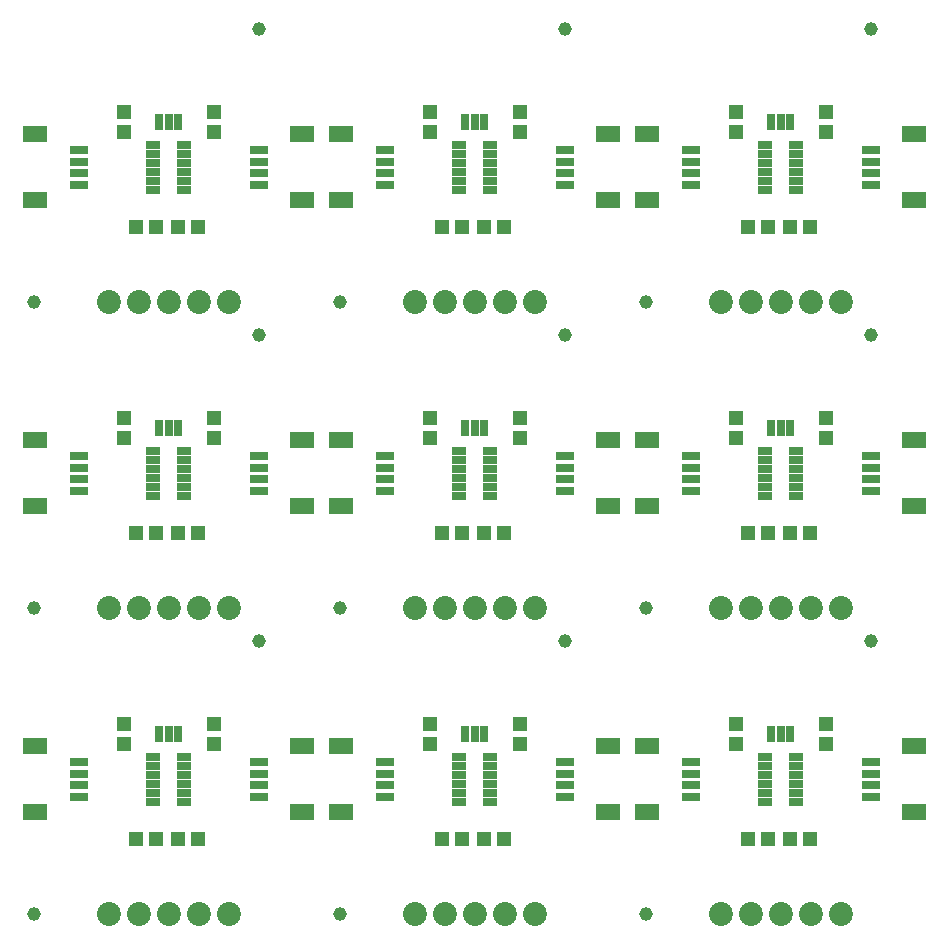
<source format=gts>
G04 #@! TF.FileFunction,Soldermask,Top*
%FSLAX46Y46*%
G04 Gerber Fmt 4.6, Leading zero omitted, Abs format (unit mm)*
G04 Created by KiCad (PCBNEW 4.0.6) date 05/24/17 14:54:34*
%MOMM*%
%LPD*%
G01*
G04 APERTURE LIST*
%ADD10C,0.100000*%
%ADD11R,2.150000X1.350000*%
%ADD12R,1.500000X0.750000*%
%ADD13R,1.250000X1.150000*%
%ADD14R,1.150000X0.700000*%
%ADD15R,1.150000X1.250000*%
%ADD16C,1.150000*%
%ADD17R,0.785000X1.420000*%
%ADD18C,2.029600*%
G04 APERTURE END LIST*
D10*
D11*
X190381000Y-153156000D03*
X190381000Y-158756000D03*
D12*
X194056000Y-154456000D03*
X194056000Y-155456000D03*
X194056000Y-156456000D03*
X194056000Y-157456000D03*
D11*
X164473000Y-153156000D03*
X164473000Y-158756000D03*
D12*
X168148000Y-154456000D03*
X168148000Y-155456000D03*
X168148000Y-156456000D03*
X168148000Y-157456000D03*
D11*
X138565000Y-153156000D03*
X138565000Y-158756000D03*
D12*
X142240000Y-154456000D03*
X142240000Y-155456000D03*
X142240000Y-156456000D03*
X142240000Y-157456000D03*
D11*
X190381000Y-127248000D03*
X190381000Y-132848000D03*
D12*
X194056000Y-128548000D03*
X194056000Y-129548000D03*
X194056000Y-130548000D03*
X194056000Y-131548000D03*
D11*
X164473000Y-127248000D03*
X164473000Y-132848000D03*
D12*
X168148000Y-128548000D03*
X168148000Y-129548000D03*
X168148000Y-130548000D03*
X168148000Y-131548000D03*
D11*
X138565000Y-127248000D03*
X138565000Y-132848000D03*
D12*
X142240000Y-128548000D03*
X142240000Y-129548000D03*
X142240000Y-130548000D03*
X142240000Y-131548000D03*
D11*
X190381000Y-101340000D03*
X190381000Y-106940000D03*
D12*
X194056000Y-102640000D03*
X194056000Y-103640000D03*
X194056000Y-104640000D03*
X194056000Y-105640000D03*
D11*
X164473000Y-101340000D03*
X164473000Y-106940000D03*
D12*
X168148000Y-102640000D03*
X168148000Y-103640000D03*
X168148000Y-104640000D03*
X168148000Y-105640000D03*
D13*
X200621000Y-161036000D03*
X198921000Y-161036000D03*
X174713000Y-161036000D03*
X173013000Y-161036000D03*
X148805000Y-161036000D03*
X147105000Y-161036000D03*
X200621000Y-135128000D03*
X198921000Y-135128000D03*
X174713000Y-135128000D03*
X173013000Y-135128000D03*
X148805000Y-135128000D03*
X147105000Y-135128000D03*
X200621000Y-109220000D03*
X198921000Y-109220000D03*
X174713000Y-109220000D03*
X173013000Y-109220000D03*
D14*
X200376000Y-154081000D03*
X200376000Y-154831000D03*
X200376000Y-155581000D03*
X200376000Y-156331000D03*
X200376000Y-157081000D03*
X200376000Y-157831000D03*
X202976000Y-157831000D03*
X202976000Y-157081000D03*
X202976000Y-156331000D03*
X202976000Y-155581000D03*
X202976000Y-154831000D03*
X202976000Y-154081000D03*
X174468000Y-154081000D03*
X174468000Y-154831000D03*
X174468000Y-155581000D03*
X174468000Y-156331000D03*
X174468000Y-157081000D03*
X174468000Y-157831000D03*
X177068000Y-157831000D03*
X177068000Y-157081000D03*
X177068000Y-156331000D03*
X177068000Y-155581000D03*
X177068000Y-154831000D03*
X177068000Y-154081000D03*
X148560000Y-154081000D03*
X148560000Y-154831000D03*
X148560000Y-155581000D03*
X148560000Y-156331000D03*
X148560000Y-157081000D03*
X148560000Y-157831000D03*
X151160000Y-157831000D03*
X151160000Y-157081000D03*
X151160000Y-156331000D03*
X151160000Y-155581000D03*
X151160000Y-154831000D03*
X151160000Y-154081000D03*
X200376000Y-128173000D03*
X200376000Y-128923000D03*
X200376000Y-129673000D03*
X200376000Y-130423000D03*
X200376000Y-131173000D03*
X200376000Y-131923000D03*
X202976000Y-131923000D03*
X202976000Y-131173000D03*
X202976000Y-130423000D03*
X202976000Y-129673000D03*
X202976000Y-128923000D03*
X202976000Y-128173000D03*
X174468000Y-128173000D03*
X174468000Y-128923000D03*
X174468000Y-129673000D03*
X174468000Y-130423000D03*
X174468000Y-131173000D03*
X174468000Y-131923000D03*
X177068000Y-131923000D03*
X177068000Y-131173000D03*
X177068000Y-130423000D03*
X177068000Y-129673000D03*
X177068000Y-128923000D03*
X177068000Y-128173000D03*
X148560000Y-128173000D03*
X148560000Y-128923000D03*
X148560000Y-129673000D03*
X148560000Y-130423000D03*
X148560000Y-131173000D03*
X148560000Y-131923000D03*
X151160000Y-131923000D03*
X151160000Y-131173000D03*
X151160000Y-130423000D03*
X151160000Y-129673000D03*
X151160000Y-128923000D03*
X151160000Y-128173000D03*
X200376000Y-102265000D03*
X200376000Y-103015000D03*
X200376000Y-103765000D03*
X200376000Y-104515000D03*
X200376000Y-105265000D03*
X200376000Y-106015000D03*
X202976000Y-106015000D03*
X202976000Y-105265000D03*
X202976000Y-104515000D03*
X202976000Y-103765000D03*
X202976000Y-103015000D03*
X202976000Y-102265000D03*
X174468000Y-102265000D03*
X174468000Y-103015000D03*
X174468000Y-103765000D03*
X174468000Y-104515000D03*
X174468000Y-105265000D03*
X174468000Y-106015000D03*
X177068000Y-106015000D03*
X177068000Y-105265000D03*
X177068000Y-104515000D03*
X177068000Y-103765000D03*
X177068000Y-103015000D03*
X177068000Y-102265000D03*
D13*
X202476000Y-161036000D03*
X204176000Y-161036000D03*
X176568000Y-161036000D03*
X178268000Y-161036000D03*
X150660000Y-161036000D03*
X152360000Y-161036000D03*
X202476000Y-135128000D03*
X204176000Y-135128000D03*
X176568000Y-135128000D03*
X178268000Y-135128000D03*
X150660000Y-135128000D03*
X152360000Y-135128000D03*
X202476000Y-109220000D03*
X204176000Y-109220000D03*
X176568000Y-109220000D03*
X178268000Y-109220000D03*
D11*
X212971000Y-158756000D03*
X212971000Y-153156000D03*
D12*
X209296000Y-157456000D03*
X209296000Y-156456000D03*
X209296000Y-155456000D03*
X209296000Y-154456000D03*
D11*
X187063000Y-158756000D03*
X187063000Y-153156000D03*
D12*
X183388000Y-157456000D03*
X183388000Y-156456000D03*
X183388000Y-155456000D03*
X183388000Y-154456000D03*
D11*
X161155000Y-158756000D03*
X161155000Y-153156000D03*
D12*
X157480000Y-157456000D03*
X157480000Y-156456000D03*
X157480000Y-155456000D03*
X157480000Y-154456000D03*
D11*
X212971000Y-132848000D03*
X212971000Y-127248000D03*
D12*
X209296000Y-131548000D03*
X209296000Y-130548000D03*
X209296000Y-129548000D03*
X209296000Y-128548000D03*
D11*
X187063000Y-132848000D03*
X187063000Y-127248000D03*
D12*
X183388000Y-131548000D03*
X183388000Y-130548000D03*
X183388000Y-129548000D03*
X183388000Y-128548000D03*
D11*
X161155000Y-132848000D03*
X161155000Y-127248000D03*
D12*
X157480000Y-131548000D03*
X157480000Y-130548000D03*
X157480000Y-129548000D03*
X157480000Y-128548000D03*
D11*
X212971000Y-106940000D03*
X212971000Y-101340000D03*
D12*
X209296000Y-105640000D03*
X209296000Y-104640000D03*
X209296000Y-103640000D03*
X209296000Y-102640000D03*
D11*
X187063000Y-106940000D03*
X187063000Y-101340000D03*
D12*
X183388000Y-105640000D03*
X183388000Y-104640000D03*
X183388000Y-103640000D03*
X183388000Y-102640000D03*
D15*
X197866000Y-151296000D03*
X197866000Y-152996000D03*
X171958000Y-151296000D03*
X171958000Y-152996000D03*
X146050000Y-151296000D03*
X146050000Y-152996000D03*
X197866000Y-125388000D03*
X197866000Y-127088000D03*
X171958000Y-125388000D03*
X171958000Y-127088000D03*
X146050000Y-125388000D03*
X146050000Y-127088000D03*
X197866000Y-99480000D03*
X197866000Y-101180000D03*
X171958000Y-99480000D03*
X171958000Y-101180000D03*
D16*
X209296000Y-144272000D03*
X183388000Y-144272000D03*
X157480000Y-144272000D03*
X209296000Y-118364000D03*
X183388000Y-118364000D03*
X157480000Y-118364000D03*
X209296000Y-92456000D03*
X183388000Y-92456000D03*
D15*
X205486000Y-151296000D03*
X205486000Y-152996000D03*
X179578000Y-151296000D03*
X179578000Y-152996000D03*
X153670000Y-151296000D03*
X153670000Y-152996000D03*
X205486000Y-125388000D03*
X205486000Y-127088000D03*
X179578000Y-125388000D03*
X179578000Y-127088000D03*
X153670000Y-125388000D03*
X153670000Y-127088000D03*
X205486000Y-99480000D03*
X205486000Y-101180000D03*
X179578000Y-99480000D03*
X179578000Y-101180000D03*
D17*
X200863200Y-152146000D03*
X201676000Y-152146000D03*
X202488800Y-152146000D03*
X174955200Y-152146000D03*
X175768000Y-152146000D03*
X176580800Y-152146000D03*
X149047200Y-152146000D03*
X149860000Y-152146000D03*
X150672800Y-152146000D03*
X200863200Y-126238000D03*
X201676000Y-126238000D03*
X202488800Y-126238000D03*
X174955200Y-126238000D03*
X175768000Y-126238000D03*
X176580800Y-126238000D03*
X149047200Y-126238000D03*
X149860000Y-126238000D03*
X150672800Y-126238000D03*
X200863200Y-100330000D03*
X201676000Y-100330000D03*
X202488800Y-100330000D03*
X174955200Y-100330000D03*
X175768000Y-100330000D03*
X176580800Y-100330000D03*
D18*
X206756000Y-167386000D03*
X180848000Y-167386000D03*
X154940000Y-167386000D03*
X206756000Y-141478000D03*
X180848000Y-141478000D03*
X154940000Y-141478000D03*
X206756000Y-115570000D03*
X180848000Y-115570000D03*
D16*
X190246000Y-167386000D03*
X164338000Y-167386000D03*
X138430000Y-167386000D03*
X190246000Y-141478000D03*
X164338000Y-141478000D03*
X138430000Y-141478000D03*
X190246000Y-115570000D03*
X164338000Y-115570000D03*
D18*
X196596000Y-167386000D03*
X199136000Y-167386000D03*
X201676000Y-167386000D03*
X204216000Y-167386000D03*
X170688000Y-167386000D03*
X173228000Y-167386000D03*
X175768000Y-167386000D03*
X178308000Y-167386000D03*
X144780000Y-167386000D03*
X147320000Y-167386000D03*
X149860000Y-167386000D03*
X152400000Y-167386000D03*
X196596000Y-141478000D03*
X199136000Y-141478000D03*
X201676000Y-141478000D03*
X204216000Y-141478000D03*
X170688000Y-141478000D03*
X173228000Y-141478000D03*
X175768000Y-141478000D03*
X178308000Y-141478000D03*
X144780000Y-141478000D03*
X147320000Y-141478000D03*
X149860000Y-141478000D03*
X152400000Y-141478000D03*
X196596000Y-115570000D03*
X199136000Y-115570000D03*
X201676000Y-115570000D03*
X204216000Y-115570000D03*
X170688000Y-115570000D03*
X173228000Y-115570000D03*
X175768000Y-115570000D03*
X178308000Y-115570000D03*
D17*
X149047200Y-100330000D03*
X149860000Y-100330000D03*
X150672800Y-100330000D03*
D11*
X138565000Y-101340000D03*
X138565000Y-106940000D03*
D12*
X142240000Y-102640000D03*
X142240000Y-103640000D03*
X142240000Y-104640000D03*
X142240000Y-105640000D03*
D11*
X161155000Y-106940000D03*
X161155000Y-101340000D03*
D12*
X157480000Y-105640000D03*
X157480000Y-104640000D03*
X157480000Y-103640000D03*
X157480000Y-102640000D03*
D18*
X154940000Y-115570000D03*
X144780000Y-115570000D03*
X147320000Y-115570000D03*
X149860000Y-115570000D03*
X152400000Y-115570000D03*
D13*
X148805000Y-109220000D03*
X147105000Y-109220000D03*
D15*
X153670000Y-99480000D03*
X153670000Y-101180000D03*
X146050000Y-99480000D03*
X146050000Y-101180000D03*
D14*
X148560000Y-102265000D03*
X148560000Y-103015000D03*
X148560000Y-103765000D03*
X148560000Y-104515000D03*
X148560000Y-105265000D03*
X148560000Y-106015000D03*
X151160000Y-106015000D03*
X151160000Y-105265000D03*
X151160000Y-104515000D03*
X151160000Y-103765000D03*
X151160000Y-103015000D03*
X151160000Y-102265000D03*
D13*
X150660000Y-109220000D03*
X152360000Y-109220000D03*
D16*
X138430000Y-115570000D03*
X157480000Y-92456000D03*
M02*

</source>
